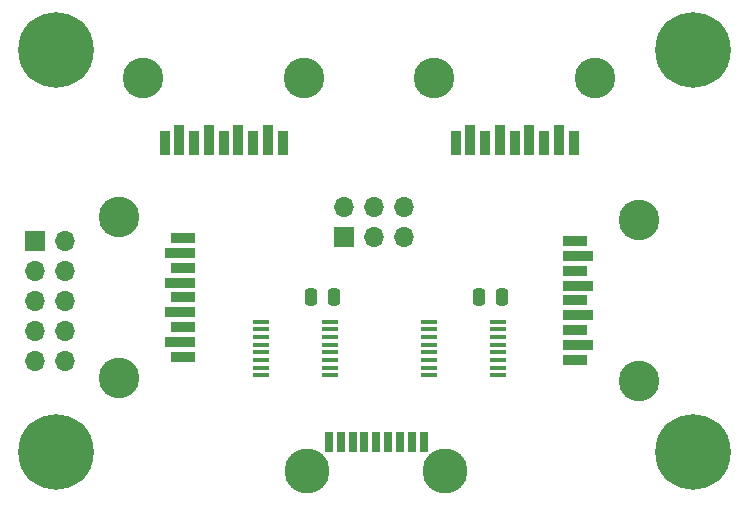
<source format=gts>
%TF.GenerationSoftware,KiCad,Pcbnew,7.0.0-da2b9df05c~163~ubuntu22.04.1*%
%TF.CreationDate,2023-02-19T22:43:29+00:00*%
%TF.ProjectId,userioswitch,75736572-696f-4737-9769-7463682e6b69,rev?*%
%TF.SameCoordinates,Original*%
%TF.FileFunction,Soldermask,Top*%
%TF.FilePolarity,Negative*%
%FSLAX46Y46*%
G04 Gerber Fmt 4.6, Leading zero omitted, Abs format (unit mm)*
G04 Created by KiCad (PCBNEW 7.0.0-da2b9df05c~163~ubuntu22.04.1) date 2023-02-19 22:43:29*
%MOMM*%
%LPD*%
G01*
G04 APERTURE LIST*
G04 Aperture macros list*
%AMRoundRect*
0 Rectangle with rounded corners*
0 $1 Rounding radius*
0 $2 $3 $4 $5 $6 $7 $8 $9 X,Y pos of 4 corners*
0 Add a 4 corners polygon primitive as box body*
4,1,4,$2,$3,$4,$5,$6,$7,$8,$9,$2,$3,0*
0 Add four circle primitives for the rounded corners*
1,1,$1+$1,$2,$3*
1,1,$1+$1,$4,$5*
1,1,$1+$1,$6,$7*
1,1,$1+$1,$8,$9*
0 Add four rect primitives between the rounded corners*
20,1,$1+$1,$2,$3,$4,$5,0*
20,1,$1+$1,$4,$5,$6,$7,0*
20,1,$1+$1,$6,$7,$8,$9,0*
20,1,$1+$1,$8,$9,$2,$3,0*%
G04 Aperture macros list end*
%ADD10C,0.001000*%
%ADD11R,2.600000X0.900000*%
%ADD12R,2.150000X0.900000*%
%ADD13C,3.438000*%
%ADD14R,0.900000X2.600000*%
%ADD15R,0.900000X2.150000*%
%ADD16C,3.800000*%
%ADD17R,0.700000X1.800000*%
%ADD18R,1.475000X0.450000*%
%ADD19R,1.700000X1.700000*%
%ADD20O,1.700000X1.700000*%
%ADD21RoundRect,0.250000X0.250000X0.475000X-0.250000X0.475000X-0.250000X-0.475000X0.250000X-0.475000X0*%
%ADD22C,3.600000*%
%ADD23C,6.400000*%
G04 APERTURE END LIST*
D10*
%TO.C,J6*%
X224406500Y-95602000D03*
X224406500Y-88802000D03*
D11*
X219186499Y-95951999D03*
X219186499Y-93451999D03*
X219186499Y-90951999D03*
X219186499Y-88451999D03*
D12*
X218961499Y-87201999D03*
X218961499Y-89701999D03*
X218961499Y-92201999D03*
X218961499Y-94701999D03*
X218961499Y-97201999D03*
D13*
X224406500Y-99002000D03*
X224406500Y-85402000D03*
%TD*%
D10*
%TO.C,J5*%
X217268000Y-73406000D03*
X210468000Y-73406000D03*
D14*
X217617999Y-78625999D03*
X215117999Y-78625999D03*
X212617999Y-78625999D03*
X210117999Y-78625999D03*
D15*
X208867999Y-78850999D03*
X211367999Y-78850999D03*
X213867999Y-78850999D03*
X216367999Y-78850999D03*
X218867999Y-78850999D03*
D13*
X220668000Y-73406000D03*
X207068000Y-73406000D03*
%TD*%
%TO.C,J4*%
X180340000Y-98748000D03*
X180340000Y-85148000D03*
D12*
X185784999Y-86947999D03*
X185784999Y-89447999D03*
X185784999Y-91947999D03*
X185784999Y-94447999D03*
X185784999Y-96947999D03*
D11*
X185559999Y-95697999D03*
X185559999Y-93197999D03*
X185559999Y-90697999D03*
X185559999Y-88197999D03*
D10*
X180340000Y-95348000D03*
X180340000Y-88548000D03*
%TD*%
%TO.C,J3*%
X192630000Y-73406000D03*
X185830000Y-73406000D03*
D14*
X192979999Y-78625999D03*
X190479999Y-78625999D03*
X187979999Y-78625999D03*
X185479999Y-78625999D03*
D15*
X184229999Y-78850999D03*
X186729999Y-78850999D03*
X189229999Y-78850999D03*
X191729999Y-78850999D03*
X194229999Y-78850999D03*
D13*
X196030000Y-73406000D03*
X182430000Y-73406000D03*
%TD*%
D16*
%TO.C,J1*%
X207998000Y-106601000D03*
X196298000Y-106601000D03*
D17*
X206147999Y-104150999D03*
X204147999Y-104150999D03*
X202147999Y-104150999D03*
X200147999Y-104150999D03*
X198147999Y-104150999D03*
X199147999Y-104150999D03*
X201147999Y-104150999D03*
X203147999Y-104150999D03*
X205147999Y-104150999D03*
D10*
X204398000Y-106601000D03*
X199898000Y-106601000D03*
%TD*%
D18*
%TO.C,IC2*%
X206611999Y-93990999D03*
X206611999Y-94640999D03*
X206611999Y-95290999D03*
X206611999Y-95940999D03*
X206611999Y-96590999D03*
X206611999Y-97240999D03*
X206611999Y-97890999D03*
X206611999Y-98540999D03*
X212487999Y-98540999D03*
X212487999Y-97890999D03*
X212487999Y-97240999D03*
X212487999Y-96590999D03*
X212487999Y-95940999D03*
X212487999Y-95290999D03*
X212487999Y-94640999D03*
X212487999Y-93990999D03*
%TD*%
%TO.C,IC1*%
X192387999Y-93990999D03*
X192387999Y-94640999D03*
X192387999Y-95290999D03*
X192387999Y-95940999D03*
X192387999Y-96590999D03*
X192387999Y-97240999D03*
X192387999Y-97890999D03*
X192387999Y-98540999D03*
X198263999Y-98540999D03*
X198263999Y-97890999D03*
X198263999Y-97240999D03*
X198263999Y-96590999D03*
X198263999Y-95940999D03*
X198263999Y-95290999D03*
X198263999Y-94640999D03*
X198263999Y-93990999D03*
%TD*%
D19*
%TO.C,J2*%
X199389999Y-86867999D03*
D20*
X199389999Y-84327999D03*
X201929999Y-86867999D03*
X201929999Y-84327999D03*
X204469999Y-86867999D03*
X204469999Y-84327999D03*
%TD*%
D21*
%TO.C,C2*%
X212786000Y-91948000D03*
X210886000Y-91948000D03*
%TD*%
D22*
%TO.C,H1*%
X175000000Y-71000000D03*
D23*
X175000000Y-71000000D03*
%TD*%
D19*
%TO.C,J7*%
X173222999Y-87126999D03*
D20*
X175762999Y-87126999D03*
X173222999Y-89666999D03*
X175762999Y-89666999D03*
X173222999Y-92206999D03*
X175762999Y-92206999D03*
X173222999Y-94746999D03*
X175762999Y-94746999D03*
X173222999Y-97286999D03*
X175762999Y-97286999D03*
%TD*%
D22*
%TO.C,H4*%
X229000000Y-71000000D03*
D23*
X229000000Y-71000000D03*
%TD*%
D22*
%TO.C,H2*%
X175000000Y-105000000D03*
D23*
X175000000Y-105000000D03*
%TD*%
D22*
%TO.C,H3*%
X229000000Y-105000000D03*
D23*
X229000000Y-105000000D03*
%TD*%
D21*
%TO.C,C1*%
X198562000Y-91948000D03*
X196662000Y-91948000D03*
%TD*%
M02*

</source>
